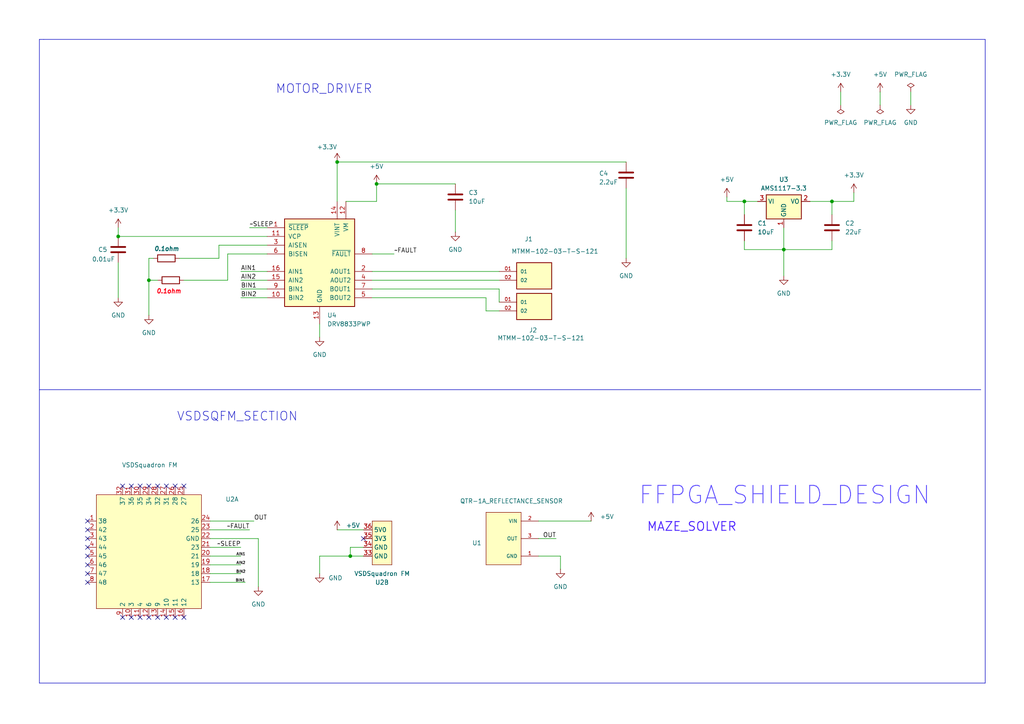
<source format=kicad_sch>
(kicad_sch (version 20231120) (generator "eeschema") (generator_version "8.0")
  (paper "A4")
  (title_block (title "FPGA_SHIELD_DESIGN") (date "17-01-2025") (rev "1A") (company "VLSI"))
  (lib_symbols
    (symbol "Device:C" (pin_numbers hide) (pin_names (offset 0.254))
      (property "Reference" "C" (at 0.635 2.54 0))
      (property "Value" "C" (at 0.635 -2.54 0))
      (symbol "C_0_1"
        (polyline (pts (xy -2.032 -0.762) (xy 2.032 -0.762)) (stroke (width 0.508)))
        (polyline (pts (xy -2.032 0.762) (xy 2.032 0.762)) (stroke (width 0.508)))
      )
      (symbol "C_1_1"
        (pin passive line (at 0 3.81 270) (length 2.794) (name "~") (number "1"))
        (pin passive line (at 0 -3.81 90) (length 2.794) (name "~") (number "2"))
      )
    )
    (symbol "Device:R" (pin_numbers hide) (pin_names (offset 0))
      (property "Reference" "R" (at 2.032 0 90))
      (property "Value" "R" (at 0 0 90))
      (symbol "R_0_1"
        (rectangle (start -1.016 -2.54) (end 1.016 2.54) (stroke (width 0.254)))
      )
      (symbol "R_1_1"
        (pin passive line (at 0 3.81 270) (length 1.27) (name "~") (number "1"))
        (pin passive line (at 0 -3.81 90) (length 1.27) (name "~") (number "2"))
      )
    )
    (symbol "Driver_Motor:DRV8833PWP" (pin_names (offset 1.016))
      (property "Reference" "U" (at -3.81 16.51 0))
      (property "Value" "DRV8833PWP" (at -3.81 13.97 0))
      (symbol "DRV8833PWP_0_1"
        (rectangle (start -10.16 12.7) (end 10.16 -12.7) (stroke (width 0.254)) (fill (type background)))
      )
      (symbol "DRV8833PWP_1_1"
        (pin input line (at -15.24 10.16 0) (length 5.08) (name "~{SLEEP}") (number "1"))
        (pin input line (at -15.24 -10.16 0) (length 5.08) (name "BIN2") (number "10"))
        (pin bidirectional line (at -15.24 7.62 0) (length 5.08) (name "VCP") (number "11"))
        (pin power_in line (at 7.62 17.78 270) (length 5.08) (name "VM") (number "12"))
        (pin power_in line (at 0 -17.78 90) (length 5.08) (name "GND") (number "13"))
        (pin power_in line (at 5.08 17.78 270) (length 5.08) (name "VINT") (number "14"))
        (pin input line (at -15.24 -5.08 0) (length 5.08) (name "AIN2") (number "15"))
        (pin input line (at -15.24 -2.54 0) (length 5.08) (name "AIN1") (number "16"))
        (pin passive line (at 0 -17.78 90) (length 5.08) hide (name "GND") (number "17"))
        (pin power_out line (at 15.24 -2.54 180) (length 5.08) (name "AOUT1") (number "2"))
        (pin bidirectional line (at -15.24 5.08 0) (length 5.08) (name "AISEN") (number "3"))
        (pin power_out line (at 15.24 -5.08 180) (length 5.08) (name "AOUT2") (number "4"))
        (pin power_out line (at 15.24 -10.16 180) (length 5.08) (name "BOUT2") (number "5"))
        (pin bidirectional line (at -15.24 2.54 0) (length 5.08) (name "BISEN") (number "6"))
        (pin power_out line (at 15.24 -7.62 180) (length 5.08) (name "BOUT1") (number "7"))
        (pin open_collector line (at 15.24 2.54 180) (length 5.08) (name "~{FAULT}") (number "8"))
        (pin input line (at -15.24 -7.62 0) (length 5.08) (name "BIN1") (number "9"))
      )
    )
    (symbol "MTMM-102-03-T-S-121:MTMM-102-03-T-S-121" (pin_names (offset 1.016))
      (property "Reference" "J" (at -5.58 3.656 0))
      (property "Value" "MTMM-102-03-T-S-121" (at -5.08 -7.62 0))
      (symbol "MTMM-102-03-T-S-121_0_0"
        (rectangle (start -5.08 -5.08) (end 5.08 2.54) (stroke (width 0.254)) (fill (type background)))
        (pin passive line (at -10.16 0 0) (length 5.08) (name "01") (number "01"))
        (pin passive line (at -10.16 -2.54 0) (length 5.08) (name "02") (number "02"))
      )
    )
    (symbol "QTR-1A_REFLECTANCE_SENSOR:QTR-1A_REFLECTANCE_SENSOR" (pin_names (offset 1.016))
      (property "Reference" "U" (at -5.0899 8.1438 0))
      (property "Value" "QTR-1A_REFLECTANCE_SENSOR" (at -5.0868 -10.1736 0))
      (symbol "QTR-1A_REFLECTANCE_SENSOR_0_0"
        (rectangle (start -5.08 -7.62) (end 5.08 7.62) (stroke (width 0.1524)) (fill (type background)))
        (pin power_in line (at 10.16 -5.08 180) (length 5.08) (name "GND") (number "1"))
        (pin power_in line (at 10.16 5.08 180) (length 5.08) (name "VIN") (number "2"))
        (pin output line (at 10.16 0 180) (length 5.08) (name "OUT") (number "3"))
      )
    )
    (symbol "Regulator_Linear:AMS1117-3.3"
      (property "Reference" "U" (at -3.81 3.175 0))
      (property "Value" "AMS1117-3.3" (at 0 3.175 0))
      (symbol "AMS1117-3.3_0_1"
        (rectangle (start -5.08 -5.08) (end 5.08 1.905) (stroke (width 0.254)) (fill (type background)))
      )
      (symbol "AMS1117-3.3_1_1"
        (pin power_in line (at 0 -7.62 90) (length 2.54) (name "GND") (number "1"))
        (pin power_out line (at 7.62 0 180) (length 2.54) (name "VO") (number "2"))
        (pin power_in line (at -7.62 0 0) (length 2.54) (name "VI") (number "3"))
      )
    )
    (symbol "VSDSquadron_FM:VSDSquadron_FM"
      (property "Reference" "U" (at -9.398 10.668 0))
      (property "Value" "VSDSquadron FM" (at 2.921 8.509 0))
      (symbol "VSDSquadron_FM_1_0"
        (pin bidirectional line (at -2.54 -17.78 90) (length 2.54) (name "3") (number "10"))
        (pin bidirectional line (at 0 -17.78 90) (length 2.54) (name "4") (number "11"))
        (pin bidirectional line (at 2.54 -17.78 90) (length 2.54) (name "6") (number "12"))
        (pin bidirectional line (at 5.08 -17.78 90) (length 2.54) (name "9") (number "13"))
        (pin bidirectional line (at 7.62 -17.78 90) (length 2.54) (name "10") (number "14"))
        (pin bidirectional line (at 20.32 -7.62 180) (length 2.54) (name "13") (number "17"))
        (pin bidirectional line (at 20.32 -5.08 180) (length 2.54) (name "18") (number "18"))
        (pin bidirectional line (at 20.32 -2.54 180) (length 2.54) (name "19") (number "19"))
        (pin bidirectional line (at 20.32 0 180) (length 2.54) (name "21") (number "20"))
        (pin bidirectional line (at 20.32 2.54 180) (length 2.54) (name "23") (number "21"))
        (pin power_in line (at 20.32 5.08 180) (length 2.54) (name "GND") (number "22"))
        (pin bidirectional line (at 20.32 7.62 180) (length 2.54) (name "25") (number "23"))
        (pin bidirectional line (at 20.32 10.16 180) (length 2.54) (name "26") (number "24"))
        (pin bidirectional line (at 12.7 20.32 270) (length 2.54) (name "27") (number "25"))
        (pin bidirectional line (at 10.16 20.32 270) (length 2.54) (name "28") (number "26"))
        (pin bidirectional line (at 2.54 20.32 270) (length 2.54) (name "34") (number "29"))
        (pin bidirectional line (at -15.24 5.08 0) (length 2.54) (name "43") (number "3"))
        (pin bidirectional line (at 0 20.32 270) (length 2.54) (name "35") (number "30"))
        (pin bidirectional line (at -2.54 20.32 270) (length 2.54) (name "36") (number "31"))
        (pin bidirectional line (at -5.08 20.32 270) (length 2.54) (name "37") (number "32"))
        (pin bidirectional line (at -15.24 2.54 0) (length 2.54) (name "44") (number "4"))
        (pin bidirectional line (at -15.24 0 0) (length 2.54) (name "45") (number "5"))
        (pin bidirectional line (at -15.24 -2.54 0) (length 2.54) (name "46") (number "6"))
        (pin bidirectional line (at -15.24 -5.08 0) (length 2.54) (name "47") (number "7"))
      )
      (symbol "VSDSquadron_FM_1_1"
        (rectangle (start -12.7 17.78) (end 17.78 -15.24) (fill (type background)))
        (pin bidirectional line (at -15.24 10.16 0) (length 2.54) (name "38") (number "1"))
        (pin bidirectional line (at 10.16 -17.78 90) (length 2.54) (name "11") (number "15"))
        (pin bidirectional line (at 12.7 -17.78 90) (length 2.54) (name "12") (number "16"))
        (pin bidirectional line (at -15.24 7.62 0) (length 2.54) (name "42") (number "2"))
        (pin bidirectional line (at 7.62 20.32 270) (length 2.54) (name "31") (number "27"))
        (pin bidirectional line (at 5.08 20.32 270) (length 2.54) (name "32") (number "28"))
        (pin bidirectional line (at -15.24 -7.62 0) (length 2.54) (name "48") (number "8"))
        (pin bidirectional line (at -5.08 -17.78 90) (length 2.54) (name "2") (number "9"))
      )
      (symbol "VSDSquadron_FM_2_1"
        (rectangle (start -2.54 2.54) (end 3.175 -10.16) (fill (type background)))
        (pin power_in line (at -5.08 -7.62 0) (length 2.54) (name "GND") (number "33"))
        (pin power_in line (at -5.08 -5.08 0) (length 2.54) (name "GND") (number "34"))
        (pin power_in line (at -5.08 -2.54 0) (length 2.54) (name "3V3") (number "35"))
        (pin power_in line (at -5.08 0 0) (length 2.54) (name "5V0") (number "36"))
      )
    )
    (symbol "power:+3.3V" (power) (pin_numbers hide) (pin_names (offset 0) hide)
      (property "Value" "+3.3V" (at 0 3.556 0))
      (symbol "+3.3V_0_1"
        (polyline (pts (xy -0.762 1.27) (xy 0 2.54)))
        (polyline (pts (xy 0 0) (xy 0 2.54)))
        (polyline (pts (xy 0 2.54) (xy 0.762 1.27)))
      )
      (symbol "+3.3V_1_1"
        (pin power_in line (at 0 0 90) (length 0) (name "~") (number "1"))
      )
    )
    (symbol "power:+5V" (power) (pin_numbers hide) (pin_names (offset 0) hide)
      (property "Value" "+5V" (at 0 3.556 0))
      (symbol "+5V_0_1"
        (polyline (pts (xy -0.762 1.27) (xy 0 2.54)))
        (polyline (pts (xy 0 0) (xy 0 2.54)))
        (polyline (pts (xy 0 2.54) (xy 0.762 1.27)))
      )
      (symbol "+5V_1_1"
        (pin power_in line (at 0 0 90) (length 0) (name "~") (number "1"))
      )
    )
    (symbol "power:GND" (power) (pin_numbers hide) (pin_names (offset 0) hide)
      (property "Value" "GND" (at 0 -3.81 0))
      (symbol "GND_0_1"
        (polyline (pts (xy 0 0) (xy 0 -1.27) (xy 1.27 -1.27) (xy 0 -2.54) (xy -1.27 -1.27) (xy 0 -1.27)))
      )
      (symbol "GND_1_1"
        (pin power_in line (at 0 0 270) (length 0) (name "~") (number "1"))
      )
    )
    (symbol "power:PWR_FLAG" (power) (pin_numbers hide) (pin_names (offset 0) hide)
      (property "Value" "PWR_FLAG" (at 0 3.81 0))
      (symbol "PWR_FLAG_0_0"
        (pin power_out line (at 0 0 90) (length 0) (name "~") (number "1"))
      )
      (symbol "PWR_FLAG_0_1"
        (polyline (pts (xy 0 0) (xy 0 1.27) (xy -1.016 1.905) (xy 0 2.54) (xy 1.016 1.905) (xy 0 1.27)))
      )
    )
  )
  (junction (at 109.22 53.34))
  (junction (at 241.3 58.42))
  (junction (at 215.9 58.42))
  (junction (at 34.29 68.58))
  (junction (at 43.18 81.28))
  (junction (at 97.79 46.99))
  (junction (at 101.6 161.29))
  (junction (at 227.33 72.39))
  (no_connect (at 25.4 156.21))
  (no_connect (at 43.18 140.97))
  (no_connect (at 25.4 163.83))
  (no_connect (at 48.26 140.97))
  (no_connect (at 35.56 140.97))
  (no_connect (at 50.8 140.97))
  (no_connect (at 38.1 179.07))
  (no_connect (at 25.4 151.13))
  (no_connect (at 25.4 158.75))
  (no_connect (at 53.34 140.97))
  (no_connect (at 105.41 156.21))
  (no_connect (at 25.4 153.67))
  (no_connect (at 25.4 166.37))
  (no_connect (at 40.64 140.97))
  (no_connect (at 35.56 179.07))
  (no_connect (at 43.18 179.07))
  (no_connect (at 40.64 179.07))
  (no_connect (at 25.4 168.91))
  (no_connect (at 50.8 179.07))
  (no_connect (at 45.72 179.07))
  (no_connect (at 48.26 179.07))
  (no_connect (at 25.4 161.29))
  (no_connect (at 45.72 140.97))
  (no_connect (at 53.34 179.07))
  (no_connect (at 38.1 140.97))
  (wire (pts (xy 74.93 156.21) (xy 74.93 170.18)))
  (wire (pts (xy 34.29 86.36) (xy 34.29 76.2)))
  (polyline (pts (xy 11.43 11.43) (xy 12.7 11.43)))
  (wire (pts (xy 162.56 161.29) (xy 162.56 165.1)))
  (wire (pts (xy 44.45 74.93) (xy 43.18 74.93)))
  (wire (pts (xy 140.97 86.36) (xy 107.95 86.36)))
  (wire (pts (xy 66.04 81.28) (xy 66.04 73.66)))
  (wire (pts (xy 144.78 83.82) (xy 144.78 87.63)))
  (wire (pts (xy 60.96 168.91) (xy 71.12 168.91)))
  (wire (pts (xy 156.21 161.29) (xy 162.56 161.29)))
  (wire (pts (xy 241.3 58.42) (xy 247.65 58.42)))
  (polyline (pts (xy 12.7 11.43) (xy 285.75 11.43)))
  (polyline (pts (xy 285.75 11.43) (xy 285.75 198.12)))
  (wire (pts (xy 255.27 26.67) (xy 255.27 30.48)))
  (wire (pts (xy 114.3 73.66) (xy 107.95 73.66)))
  (wire (pts (xy 43.18 81.28) (xy 43.18 91.44)))
  (wire (pts (xy 69.85 83.82) (xy 77.47 83.82)))
  (wire (pts (xy 92.71 166.37) (xy 92.71 161.29)))
  (wire (pts (xy 97.79 58.42) (xy 97.79 46.99)))
  (wire (pts (xy 34.29 66.04) (xy 34.29 68.58)))
  (wire (pts (xy 60.96 158.75) (xy 69.85 158.75)))
  (wire (pts (xy 105.41 153.67) (xy 97.79 153.67)))
  (wire (pts (xy 227.33 72.39) (xy 227.33 80.01)))
  (wire (pts (xy 105.41 161.29) (xy 101.6 161.29)))
  (polyline (pts (xy 11.43 113.03) (xy 284.48 113.03)))
  (wire (pts (xy 43.18 81.28) (xy 45.72 81.28)))
  (wire (pts (xy 132.08 60.96) (xy 132.08 67.31)))
  (wire (pts (xy 66.04 73.66) (xy 77.47 73.66)))
  (wire (pts (xy 161.29 156.21) (xy 156.21 156.21)))
  (wire (pts (xy 210.82 57.15) (xy 210.82 58.42)))
  (wire (pts (xy 105.41 158.75) (xy 101.6 158.75)))
  (wire (pts (xy 109.22 58.42) (xy 100.33 58.42)))
  (wire (pts (xy 72.39 66.04) (xy 77.47 66.04)))
  (wire (pts (xy 34.29 68.58) (xy 77.47 68.58)))
  (wire (pts (xy 140.97 86.36) (xy 140.97 90.17)))
  (wire (pts (xy 63.5 74.93) (xy 63.5 71.12)))
  (wire (pts (xy 241.3 72.39) (xy 241.3 69.85)))
  (wire (pts (xy 101.6 158.75) (xy 101.6 161.29)))
  (wire (pts (xy 241.3 58.42) (xy 241.3 62.23)))
  (wire (pts (xy 171.45 151.13) (xy 156.21 151.13)))
  (wire (pts (xy 97.79 46.99) (xy 181.61 46.99)))
  (wire (pts (xy 60.96 166.37) (xy 69.85 166.37)))
  (wire (pts (xy 234.95 58.42) (xy 241.3 58.42)))
  (wire (pts (xy 247.65 58.42) (xy 247.65 55.88)))
  (wire (pts (xy 215.9 69.85) (xy 215.9 72.39)))
  (wire (pts (xy 60.96 151.13) (xy 73.66 151.13)))
  (wire (pts (xy 109.22 53.34) (xy 132.08 53.34)))
  (wire (pts (xy 69.85 78.74) (xy 77.47 78.74)))
  (wire (pts (xy 227.33 72.39) (xy 241.3 72.39)))
  (wire (pts (xy 264.16 26.67) (xy 264.16 30.48)))
  (wire (pts (xy 60.96 161.29) (xy 69.85 161.29)))
  (polyline (pts (xy 285.75 198.12) (xy 11.43 198.12)))
  (wire (pts (xy 69.85 86.36) (xy 77.47 86.36)))
  (wire (pts (xy 53.34 81.28) (xy 66.04 81.28)))
  (wire (pts (xy 60.96 163.83) (xy 69.85 163.83)))
  (wire (pts (xy 107.95 78.74) (xy 144.78 78.74)))
  (wire (pts (xy 219.71 58.42) (xy 215.9 58.42)))
  (wire (pts (xy 215.9 72.39) (xy 227.33 72.39)))
  (wire (pts (xy 109.22 53.34) (xy 109.22 58.42)))
  (wire (pts (xy 92.71 161.29) (xy 101.6 161.29)))
  (wire (pts (xy 43.18 74.93) (xy 43.18 81.28)))
  (wire (pts (xy 69.85 81.28) (xy 77.47 81.28)))
  (wire (pts (xy 92.71 93.98) (xy 92.71 97.79)))
  (wire (pts (xy 60.96 156.21) (xy 74.93 156.21)))
  (wire (pts (xy 107.95 83.82) (xy 144.78 83.82)))
  (wire (pts (xy 215.9 58.42) (xy 210.82 58.42)))
  (polyline (pts (xy 11.43 198.12) (xy 11.43 11.43)))
  (wire (pts (xy 243.84 26.67) (xy 243.84 30.48)))
  (wire (pts (xy 140.97 90.17) (xy 144.78 90.17)))
  (wire (pts (xy 63.5 71.12) (xy 77.47 71.12)))
  (wire (pts (xy 52.07 74.93) (xy 63.5 74.93)))
  (wire (pts (xy 227.33 66.04) (xy 227.33 72.39)))
  (wire (pts (xy 215.9 58.42) (xy 215.9 62.23)))
  (wire (pts (xy 181.61 74.93) (xy 181.61 54.61)))
  (wire (pts (xy 60.96 153.67) (xy 72.39 153.67)))
  (wire (pts (xy 107.95 81.28) (xy 144.78 81.28)))
  (text "VSDSQFM_SECTION\n" (at 68.834 120.904 0) (effects (font (size 2.54 2.54))))
  (text "FFPGA_SHIELD_DESIGN" (at 227.584 143.764 0) (effects (font (size 5.08 5.08) (thickness 0.254) (bold yes))))
  (text "MOTOR_DRIVER\n" (at 93.98 25.908 0) (effects (font (size 2.54 2.54))))
  (text "MAZE_SOLVER" (at 200.66 152.908 0) (effects (font (size 2.54 2.54) (thickness 0.254) (bold yes))))
  (label "BIN1" (at 71.12 168.91 180) (effects (font (size 0.762 0.762))))
  (label "BIN2" (at 69.85 86.36 0))
  (label "BIN1" (at 69.85 83.82 0))
  (label "OUT" (at 161.29 156.21 180))
  (label "AIN2" (at 69.85 81.28 0))
  (label "BIN2" (at 69.85 166.37 0) (effects (font (size 0.762 0.762))))
  (label "AIN1" (at 69.85 78.74 0))
  (label "AIN1" (at 69.85 161.29 0) (effects (font (size 0.762 0.762))))
  (label "~FAULT" (at 72.39 153.67 180))
  (label "AIN2" (at 69.85 163.83 0) (effects (font (size 0.762 0.762))))
  (label "~SLEEP" (at 72.39 66.04 0))
  (label "~FAULT" (at 114.3 73.66 0))
  (label "OUT" (at 73.66 151.13 0))
  (label "~SLEEP" (at 69.85 158.75 180))
  (symbol (lib_id "power:GND") (at 92.71 97.79 0) (unit 1)
    (property "Reference" "#PWR012" (effects (hide yes)))
    (property "Value" "GND" (at 92.71 102.87 0))
    (property "Description" "Power symbol creates a global label with name \"GND\" , ground" (effects (hide yes)))
  )
  (symbol (lib_id "Device:C") (at 241.3 66.04 0) (unit 1)
    (property "Reference" "C2" (at 245.11 64.7699 0) (effects (justify left)))
    (property "Value" "22uF" (at 245.11 67.3099 0) (effects (justify left)))
    (property "Footprint" "Capacitor_SMD:C_0805_2012Metric_Pad1.18x1.45mm_HandSolder" (effects (hide yes)))
    (property "Description" "Unpolarized capacitor" (effects (hide yes)))
    (property "LCSC" "C87997" (effects (hide yes)))
  )
  (symbol (lib_id "power:+5V") (at 255.27 26.67 0) (unit 1)
    (property "Reference" "#PWR09" (effects (hide yes)))
    (property "Value" "+5V" (at 255.27 21.59 0))
    (property "Description" "Power symbol creates a global label with name \"+5V\"" (effects (hide yes)))
  )
  (symbol (lib_id "power:+3.3V") (at 34.29 66.04 0) (unit 1)
    (property "Reference" "#PWR013" (effects (hide yes)))
    (property "Value" "+3.3V" (at 34.29 60.96 0))
    (property "Description" "Power symbol creates a global label with name \"+3.3V\"" (effects (hide yes)))
  )
  (symbol (lib_id "Device:C") (at 181.61 50.8 0) (unit 1)
    (property "Reference" "C4" (at 173.736 50.292 0) (effects (justify left)))
    (property "Value" "2.2uF" (at 173.736 52.832 0) (effects (justify left)))
    (property "Footprint" "Capacitor_SMD:C_0603_1608Metric_Pad1.08x0.95mm_HandSolder" (effects (hide yes)))
    (property "Description" "Unpolarized capacitor" (effects (hide yes)))
    (property "LCSC" "C6119816" (effects (hide yes)))
  )
  (symbol (lib_id "power:PWR_FLAG") (at 264.16 26.67 0) (unit 1)
    (property "Reference" "#FLG02" (effects (hide yes)))
    (property "Value" "PWR_FLAG" (at 264.16 21.59 0))
    (property "Description" "Special symbol for telling ERC where power comes from" (effects (hide yes)))
  )
  (symbol (lib_id "Device:C") (at 132.08 57.15 0) (unit 1)
    (property "Reference" "C3" (at 135.89 55.8799 0) (effects (justify left)))
    (property "Value" "10uF" (at 135.89 58.4199 0) (effects (justify left)))
    (property "Footprint" "Capacitor_SMD:C_0805_2012Metric_Pad1.18x1.45mm_HandSolder" (effects (hide yes)))
    (property "Description" "Unpolarized capacitor" (effects (hide yes)))
    (property "LCSC" "C1713" (effects (hide yes)))
  )
  (symbol (lib_id "power:PWR_FLAG") (at 255.27 30.48 180) (unit 1)
    (property "Reference" "#FLG03" (effects (hide yes)))
    (property "Value" "PWR_FLAG" (at 255.27 35.56 0))
    (property "Description" "Special symbol for telling ERC where power comes from" (effects (hide yes)))
  )
  (symbol (lib_id "VSDSquadron_FM:VSDSquadron_FM") (at 110.49 153.67 0) (unit 2)
    (property "Reference" "U2" (at 110.8075 168.91 0))
    (property "Value" "VSDSquadron FM" (at 110.8075 166.37 0))
    (property "Footprint" "VSDsquadron_FM:VSDSquadron_FM" (effects (hide yes)))
    (property "Datasheet" "https://github.com/yathAg/VSDSquadron_FM" (effects (hide yes)))
    (property "LCSC" "------" (effects (hide yes)))
  )
  (symbol (lib_id "QTR-1A_REFLECTANCE_SENSOR:QTR-1A_REFLECTANCE_SENSOR") (at 146.05 156.21 0) (unit 1)
    (property "Reference" "U1" (at 139.7 157.4801 0) (effects (justify right)))
    (property "Value" "QTR-1A_REFLECTANCE_SENSOR" (at 148.336 146.05 0) (effects (justify bottom)))
    (property "Footprint" "SENSOR_QTR-1A_REFLECTANCE_SENSOR:SENSOR_QTR-1A_REFLECTANCE_SENSOR" (effects (hide yes)))
    (property "MF" "Pololu" (effects (hide yes)))
    (property "Description_1" "\n                        \n                            QTR-1A series Phototransistor Sensor Evaluation Board\n                        \n" (effects (hide yes)))
    (property "Package" "None" (effects (hide yes)))
    (property "Price" "None" (effects (hide yes)))
    (property "Check_prices" "https://www.snapeda.com/parts/QTR-1A%20REFLECTANCE%20SENSOR/Pololu/view-part/?ref=eda" (effects (hide yes)))
    (property "SnapEDA_Link" "https://www.snapeda.com/parts/QTR-1A%20REFLECTANCE%20SENSOR/Pololu/view-part/?ref=snap" (effects (hide yes)))
    (property "MP" "QTR-1A REFLECTANCE SENSOR" (effects (hide yes)))
    (property "Availability" "Not in stock" (effects (hide yes)))
    (property "MANUFACTURER" "Pololu" (effects (hide yes)))
    (property "LCSC" "C431950" (effects (hide yes)))
  )
  (symbol (lib_id "VSDSquadron_FM:VSDSquadron_FM") (at 40.64 161.29 0) (unit 1)
    (property "Reference" "U2" (at 67.31 144.8114 0))
    (property "Value" "VSDSquadron FM" (at 43.434 134.874 0))
    (property "Footprint" "VSDsquadron_FM:VSDSquadron_FM" (effects (hide yes)))
    (property "Datasheet" "https://github.com/yathAg/VSDSquadron_FM" (effects (hide yes)))
    (property "LCSC" "------" (effects (hide yes)))
  )
  (symbol (lib_id "Device:R") (at 49.53 81.28 270) (unit 1)
    (property "Reference" "R2" (effects (hide yes)))
    (property "Value" "0.1ohm" (at 52.578 83.566 90) (effects (font (thickness 0.254) (bold yes) (italic yes)) (justify right top)))
    (property "Footprint" "Resistor_SMD:R_0603_1608Metric_Pad0.98x0.95mm_HandSolder" (effects (hide yes)))
    (property "Description" "Resistor" (effects (hide yes)))
    (property "LCSC" "C4115740" (effects (hide yes)))
  )
  (symbol (lib_id "power:GND") (at 162.56 165.1 0) (unit 1)
    (property "Reference" "#PWR01" (effects (hide yes)))
    (property "Value" "GND" (at 162.56 170.18 0))
    (property "Description" "Power symbol creates a global label with name \"GND\" , ground" (effects (hide yes)))
  )
  (symbol (lib_id "Device:C") (at 215.9 66.04 0) (unit 1)
    (property "Reference" "C1" (at 219.71 64.7699 0) (effects (justify left)))
    (property "Value" "10uF" (at 219.71 67.3099 0) (effects (justify left)))
    (property "Footprint" "Capacitor_SMD:C_0805_2012Metric_Pad1.18x1.45mm_HandSolder" (effects (hide yes)))
    (property "Description" "Unpolarized capacitor" (effects (hide yes)))
    (property "LCSC" "C1713" (effects (hide yes)))
  )
  (symbol (lib_id "power:+5V") (at 171.45 151.13 0) (unit 1)
    (property "Reference" "#PWR014" (effects (hide yes)))
    (property "Value" "+5V" (at 173.99 149.8599 0) (effects (justify left)))
    (property "Description" "Power symbol creates a global label with name \"+5V\"" (effects (hide yes)))
  )
  (symbol (lib_id "Device:C") (at 34.29 72.39 0) (unit 1)
    (property "Reference" "C5" (at 28.448 72.39 0) (effects (justify left)))
    (property "Value" "0.01uF" (at 26.67 75.184 0) (effects (justify left)))
    (property "Footprint" "Capacitor_SMD:C_0603_1608Metric_Pad1.08x0.95mm_HandSolder" (effects (hide yes)))
    (property "Description" "Unpolarized capacitor" (effects (hide yes)))
    (property "LCSC" "C282519" (effects (hide yes)))
  )
  (symbol (lib_id "power:GND") (at 181.61 74.93 0) (unit 1)
    (property "Reference" "#PWR020" (effects (hide yes)))
    (property "Value" "GND" (at 181.61 80.01 0))
    (property "Description" "Power symbol creates a global label with name \"GND\" , ground" (effects (hide yes)))
  )
  (symbol (lib_id "power:GND") (at 227.33 80.01 0) (unit 1)
    (property "Reference" "#PWR02" (effects (hide yes)))
    (property "Value" "GND" (at 227.33 85.09 0))
    (property "Description" "Power symbol creates a global label with name \"GND\" , ground" (effects (hide yes)))
  )
  (symbol (lib_id "power:GND") (at 264.16 30.48 0) (unit 1)
    (property "Reference" "#PWR08" (effects (hide yes)))
    (property "Value" "GND" (at 264.16 35.56 0))
    (property "Description" "Power symbol creates a global label with name \"GND\" , ground" (effects (hide yes)))
  )
  (symbol (lib_id "MTMM-102-03-T-S-121:MTMM-102-03-T-S-121") (at 154.94 87.63 0) (unit 1)
    (property "Reference" "J2" (at 153.416 95.758 0) (effects (justify left)))
    (property "Value" "MTMM-102-03-T-S-121" (at 144.272 98.044 0) (effects (justify left)))
    (property "Footprint" "SAMTEC_MTMM-102-03-T-S-121:SAMTEC_MTMM-102-03-T-S-121" (effects (hide yes)))
    (property "MF" "Samtec" (effects (hide yes)))
    (property "Description_1" "\n                        \n                            Connector Header Through Hole 2 position 0.079 (2.00mm)\n                        \n" (effects (hide yes)))
    (property "Package" "None" (effects (hide yes)))
    (property "Price" "None" (effects (hide yes)))
    (property "Check_prices" "https://www.snapeda.com/parts/MTMM-102-03-T-S-121/Samtec/view-part/?ref=eda" (effects (hide yes)))
    (property "SnapEDA_Link" "https://www.snapeda.com/parts/MTMM-102-03-T-S-121/Samtec/view-part/?ref=snap" (effects (hide yes)))
    (property "MP" "MTMM-102-03-T-S-121" (effects (hide yes)))
    (property "Availability" "In Stock" (effects (hide yes)))
    (property "MANUFACTURER" "SAMTEC" (effects (hide yes)))
    (property "LCSC" "--" (effects (hide yes)))
  )
  (symbol (lib_id "Driver_Motor:DRV8833PWP") (at 92.71 76.2 0) (unit 1)
    (property "Reference" "U4" (at 94.9041 91.44 0) (effects (justify left)))
    (property "Value" "DRV8833PWP" (at 94.9041 93.98 0) (effects (justify left)))
    (property "Footprint" "Package_SO:HTSSOP-16-1EP_4.4x5mm_P0.65mm_EP3.4x5mm_Mask2.46x2.31mm_ThermalVias" (effects (hide yes)))
    (property "Datasheet" "http://www.ti.com/lit/ds/symlink/drv8833.pdf" (effects (hide yes)))
    (property "Description" "Dual H-Bridge Motor Driver, HTSSOP-16" (effects (hide yes)))
    (property "LCSC" "C2AB174." (effects (hide yes)))
  )
  (symbol (lib_id "MTMM-102-03-T-S-121:MTMM-102-03-T-S-121") (at 154.94 78.74 0) (unit 1)
    (property "Reference" "J1" (at 152.146 69.342 0) (effects (justify left)))
    (property "Value" "MTMM-102-03-T-S-121" (at 148.336 72.898 0) (effects (justify left)))
    (property "Footprint" "SAMTEC_MTMM-102-03-T-S-121:SAMTEC_MTMM-102-03-T-S-121" (effects (hide yes)))
    (property "MF" "Samtec" (effects (hide yes)))
    (property "Description_1" "\n                        \n                            Connector Header Through Hole 2 position 0.079 (2.00mm)\n                        \n" (effects (hide yes)))
    (property "Package" "None" (effects (hide yes)))
    (property "Price" "None" (effects (hide yes)))
    (property "Check_prices" "https://www.snapeda.com/parts/MTMM-102-03-T-S-121/Samtec/view-part/?ref=eda" (effects (hide yes)))
    (property "SnapEDA_Link" "https://www.snapeda.com/parts/MTMM-102-03-T-S-121/Samtec/view-part/?ref=snap" (effects (hide yes)))
    (property "MP" "MTMM-102-03-T-S-121" (effects (hide yes)))
    (property "Availability" "In Stock" (effects (hide yes)))
    (property "MANUFACTURER" "SAMTEC" (effects (hide yes)))
    (property "LCSC" "--" (effects (hide yes)))
  )
  (symbol (lib_id "power:+3.3V") (at 97.79 46.99 0) (unit 1)
    (property "Reference" "#PWR017" (effects (hide yes)))
    (property "Value" "+3.3V" (at 97.79 41.91 0) (effects (justify right top)))
    (property "Description" "Power symbol creates a global label with name \"+3.3V\"" (effects (hide yes)))
  )
  (symbol (lib_id "Device:R") (at 48.26 74.93 270) (unit 1)
    (property "Reference" "R1" (effects (hide yes)))
    (property "Value" "0.1ohm" (at 48.26 72.136 90) (effects (font (thickness 0.254) (bold yes) (italic yes))))
    (property "Footprint" "Resistor_SMD:R_0603_1608Metric_Pad0.98x0.95mm_HandSolder" (effects (hide yes)))
    (property "Description" "Resistor" (effects (hide yes)))
    (property "LCSC" "C4115740" (effects (hide yes)))
  )
  (symbol (lib_id "power:GND") (at 92.71 166.37 0) (unit 1)
    (property "Reference" "#PWR04" (effects (hide yes)))
    (property "Value" "GND" (at 95.25 167.6399 0) (effects (justify left)))
    (property "Description" "Power symbol creates a global label with name \"GND\" , ground" (effects (hide yes)))
  )
  (symbol (lib_id "power:PWR_FLAG") (at 243.84 30.48 180) (unit 1)
    (property "Reference" "#FLG01" (effects (hide yes)))
    (property "Value" "PWR_FLAG" (at 243.84 35.56 0))
    (property "Description" "Special symbol for telling ERC where power comes from" (effects (hide yes)))
  )
  (symbol (lib_id "power:+3.3V") (at 247.65 55.88 0) (unit 1)
    (property "Reference" "#PWR011" (effects (hide yes)))
    (property "Value" "+3.3V" (at 247.65 50.8 0))
    (property "Description" "Power symbol creates a global label with name \"+3.3V\"" (effects (hide yes)))
  )
  (symbol (lib_id "Regulator_Linear:AMS1117-3.3") (at 227.33 58.42 0) (unit 1)
    (property "Reference" "U3" (at 227.33 52.07 0))
    (property "Value" "AMS1117-3.3" (at 227.33 54.61 0))
    (property "Footprint" "Package_TO_SOT_SMD:SOT-223-3_TabPin2" (effects (hide yes)))
    (property "Datasheet" "http://www.advanced-monolithic.com/pdf/ds1117.pdf" (effects (hide yes)))
    (property "Description" "1A Low Dropout regulator, positive, 3.3V fixed output, SOT-223" (effects (hide yes)))
    (property "LCSC" "-------" (effects (hide yes)))
  )
  (symbol (lib_id "power:GND") (at 132.08 67.31 0) (unit 1)
    (property "Reference" "#PWR019" (effects (hide yes)))
    (property "Value" "GND" (at 132.08 72.39 0))
    (property "Description" "Power symbol creates a global label with name \"GND\" , ground" (effects (hide yes)))
  )
  (symbol (lib_id "power:GND") (at 34.29 86.36 0) (unit 1)
    (property "Reference" "#PWR021" (effects (hide yes)))
    (property "Value" "GND" (at 34.29 91.44 0))
    (property "Description" "Power symbol creates a global label with name \"GND\" , ground" (effects (hide yes)))
  )
  (symbol (lib_id "power:GND") (at 74.93 170.18 0) (unit 1)
    (property "Reference" "#PWR05" (effects (hide yes)))
    (property "Value" "GND" (at 74.93 175.26 0))
    (property "Description" "Power symbol creates a global label with name \"GND\" , ground" (effects (hide yes)))
  )
  (symbol (lib_id "power:+5V") (at 210.82 57.15 0) (unit 1)
    (property "Reference" "#PWR010" (effects (hide yes)))
    (property "Value" "+5V" (at 210.82 52.07 0))
    (property "Description" "Power symbol creates a global label with name \"+5V\"" (effects (hide yes)))
  )
  (symbol (lib_id "power:+3.3V") (at 243.84 26.67 0) (unit 1)
    (property "Reference" "#PWR03" (effects (hide yes)))
    (property "Value" "+3.3V" (at 243.84 21.59 0))
    (property "Description" "Power symbol creates a global label with name \"+3.3V\"" (effects (hide yes)))
  )
  (symbol (lib_id "power:+5V") (at 97.79 153.67 0) (unit 1)
    (property "Reference" "#PWR06" (effects (hide yes)))
    (property "Value" "+5V" (at 100.33 152.3999 0) (effects (justify left)))
    (property "Description" "Power symbol creates a global label with name \"+5V\"" (effects (hide yes)))
  )
  (symbol (lib_id "power:GND") (at 43.18 91.44 0) (unit 1)
    (property "Reference" "#PWR016" (effects (hide yes)))
    (property "Value" "GND" (at 43.18 96.52 0))
    (property "Description" "Power symbol creates a global label with name \"GND\" , ground" (effects (hide yes)))
  )
  (symbol (lib_id "power:+5V") (at 109.22 53.34 0) (unit 1)
    (property "Reference" "#PWR015" (effects (hide yes)))
    (property "Value" "+5V" (at 109.22 48.26 0))
    (property "Description" "Power symbol creates a global label with name \"+5V\"" (effects (hide yes)))
  )
)
</source>
